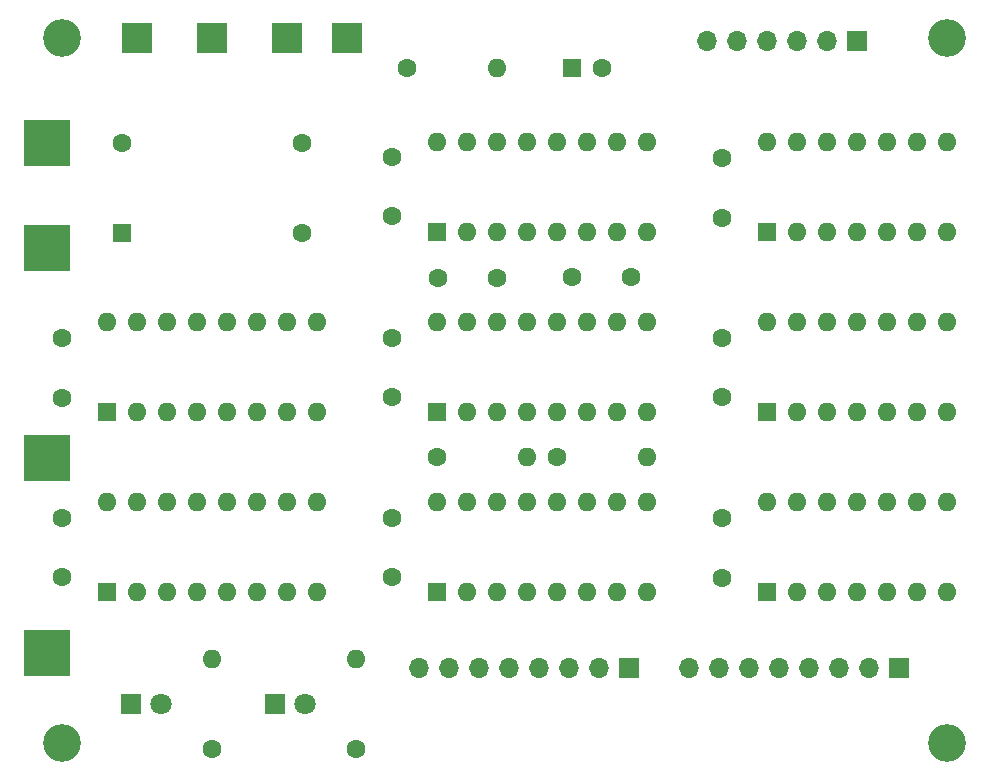
<source format=gbr>
%TF.GenerationSoftware,KiCad,Pcbnew,(6.0.9)*%
%TF.CreationDate,2023-08-16T20:18:11+02:00*%
%TF.ProjectId,sdcard-prototype,73646361-7264-42d7-9072-6f746f747970,rev?*%
%TF.SameCoordinates,Original*%
%TF.FileFunction,Soldermask,Top*%
%TF.FilePolarity,Negative*%
%FSLAX46Y46*%
G04 Gerber Fmt 4.6, Leading zero omitted, Abs format (unit mm)*
G04 Created by KiCad (PCBNEW (6.0.9)) date 2023-08-16 20:18:11*
%MOMM*%
%LPD*%
G01*
G04 APERTURE LIST*
%ADD10R,2.500000X2.500000*%
%ADD11R,4.000000X4.000000*%
%ADD12C,3.200000*%
%ADD13C,1.600000*%
%ADD14R,1.600000X1.600000*%
%ADD15O,1.600000X1.600000*%
%ADD16R,1.800000X1.800000*%
%ADD17C,1.800000*%
%ADD18R,1.700000X1.700000*%
%ADD19O,1.700000X1.700000*%
G04 APERTURE END LIST*
D10*
%TO.C,TP4*%
X49530000Y-38100000D03*
%TD*%
%TO.C,TP3*%
X54610000Y-38100000D03*
%TD*%
%TO.C,TP2*%
X43180000Y-38100000D03*
%TD*%
%TO.C,TP1*%
X36830000Y-38100000D03*
%TD*%
D11*
%TO.C,TP8*%
X29210000Y-90170000D03*
%TD*%
%TO.C,TP7*%
X29210000Y-73660000D03*
%TD*%
%TO.C,TP6*%
X29210000Y-55880000D03*
%TD*%
%TO.C,TP5*%
X29210000Y-46990000D03*
%TD*%
D12*
%TO.C,H1*%
X30480000Y-38100000D03*
%TD*%
D13*
%TO.C,C4*%
X86360000Y-83820000D03*
X86360000Y-78820000D03*
%TD*%
D14*
%TO.C,C3*%
X73660000Y-40640000D03*
D13*
X76160000Y-40640000D03*
%TD*%
D14*
%TO.C,U2*%
X62180000Y-85040000D03*
D15*
X64720000Y-85040000D03*
X67260000Y-85040000D03*
X69800000Y-85040000D03*
X72340000Y-85040000D03*
X74880000Y-85040000D03*
X77420000Y-85040000D03*
X79960000Y-85040000D03*
X79960000Y-77420000D03*
X77420000Y-77420000D03*
X74880000Y-77420000D03*
X72340000Y-77420000D03*
X69800000Y-77420000D03*
X67260000Y-77420000D03*
X64720000Y-77420000D03*
X62180000Y-77420000D03*
%TD*%
D14*
%TO.C,U8*%
X34280000Y-85080000D03*
D15*
X36820000Y-85080000D03*
X39360000Y-85080000D03*
X41900000Y-85080000D03*
X44440000Y-85080000D03*
X46980000Y-85080000D03*
X49520000Y-85080000D03*
X52060000Y-85080000D03*
X52060000Y-77460000D03*
X49520000Y-77460000D03*
X46980000Y-77460000D03*
X44440000Y-77460000D03*
X41900000Y-77460000D03*
X39360000Y-77460000D03*
X36820000Y-77460000D03*
X34280000Y-77460000D03*
%TD*%
D13*
%TO.C,R4*%
X62190000Y-73620000D03*
D15*
X69810000Y-73620000D03*
%TD*%
D12*
%TO.C,H4*%
X105410000Y-97790000D03*
%TD*%
D13*
%TO.C,C8*%
X58380000Y-53220000D03*
X58380000Y-48220000D03*
%TD*%
D14*
%TO.C,U1*%
X62180000Y-69800000D03*
D15*
X64720000Y-69800000D03*
X67260000Y-69800000D03*
X69800000Y-69800000D03*
X72340000Y-69800000D03*
X74880000Y-69800000D03*
X77420000Y-69800000D03*
X79960000Y-69800000D03*
X79960000Y-62180000D03*
X77420000Y-62180000D03*
X74880000Y-62180000D03*
X72340000Y-62180000D03*
X69800000Y-62180000D03*
X67260000Y-62180000D03*
X64720000Y-62180000D03*
X62180000Y-62180000D03*
%TD*%
D14*
%TO.C,U3*%
X90165000Y-54600000D03*
D15*
X92705000Y-54600000D03*
X95245000Y-54600000D03*
X97785000Y-54600000D03*
X100325000Y-54600000D03*
X102865000Y-54600000D03*
X105405000Y-54600000D03*
X105405000Y-46980000D03*
X102865000Y-46980000D03*
X100325000Y-46980000D03*
X97785000Y-46980000D03*
X95245000Y-46980000D03*
X92705000Y-46980000D03*
X90165000Y-46980000D03*
%TD*%
D16*
%TO.C,D2*%
X36317000Y-94488000D03*
D17*
X38857000Y-94488000D03*
%TD*%
D14*
%TO.C,U7*%
X34280000Y-69840000D03*
D15*
X36820000Y-69840000D03*
X39360000Y-69840000D03*
X41900000Y-69840000D03*
X44440000Y-69840000D03*
X46980000Y-69840000D03*
X49520000Y-69840000D03*
X52060000Y-69840000D03*
X52060000Y-62220000D03*
X49520000Y-62220000D03*
X46980000Y-62220000D03*
X44440000Y-62220000D03*
X41900000Y-62220000D03*
X39360000Y-62220000D03*
X36820000Y-62220000D03*
X34280000Y-62220000D03*
%TD*%
D13*
%TO.C,R2*%
X55372000Y-98298000D03*
D15*
X55372000Y-90678000D03*
%TD*%
D18*
%TO.C,J3*%
X97790000Y-38379000D03*
D19*
X95250000Y-38379000D03*
X92710000Y-38379000D03*
X90170000Y-38379000D03*
X87630000Y-38379000D03*
X85090000Y-38379000D03*
%TD*%
D13*
%TO.C,C10*%
X86360000Y-53340000D03*
X86360000Y-48340000D03*
%TD*%
%TO.C,C7*%
X58380000Y-83780000D03*
X58380000Y-78780000D03*
%TD*%
D14*
%TO.C,X1*%
X35560000Y-54610000D03*
D13*
X50800000Y-54610000D03*
X50800000Y-46990000D03*
X35560000Y-46990000D03*
%TD*%
%TO.C,C2*%
X73620000Y-58380000D03*
X78620000Y-58380000D03*
%TD*%
D18*
%TO.C,J2*%
X101346000Y-91465000D03*
D19*
X98806000Y-91465000D03*
X96266000Y-91465000D03*
X93726000Y-91465000D03*
X91186000Y-91465000D03*
X88646000Y-91465000D03*
X86106000Y-91465000D03*
X83566000Y-91465000D03*
%TD*%
D12*
%TO.C,H3*%
X30480000Y-97790000D03*
%TD*%
%TO.C,H2*%
X105410000Y-38100000D03*
%TD*%
D13*
%TO.C,C1*%
X67310000Y-58420000D03*
X62310000Y-58420000D03*
%TD*%
D14*
%TO.C,U4*%
X90165000Y-69840000D03*
D15*
X92705000Y-69840000D03*
X95245000Y-69840000D03*
X97785000Y-69840000D03*
X100325000Y-69840000D03*
X102865000Y-69840000D03*
X105405000Y-69840000D03*
X105405000Y-62220000D03*
X102865000Y-62220000D03*
X100325000Y-62220000D03*
X97785000Y-62220000D03*
X95245000Y-62220000D03*
X92705000Y-62220000D03*
X90165000Y-62220000D03*
%TD*%
D13*
%TO.C,C6*%
X30480000Y-83740000D03*
X30480000Y-78740000D03*
%TD*%
D18*
%TO.C,J1*%
X78486000Y-91440000D03*
D19*
X75946000Y-91440000D03*
X73406000Y-91440000D03*
X70866000Y-91440000D03*
X68326000Y-91440000D03*
X65786000Y-91440000D03*
X63246000Y-91440000D03*
X60706000Y-91440000D03*
%TD*%
D16*
%TO.C,D1*%
X48509000Y-94488000D03*
D17*
X51049000Y-94488000D03*
%TD*%
D13*
%TO.C,C11*%
X86360000Y-68540000D03*
X86360000Y-63540000D03*
%TD*%
%TO.C,C5*%
X58380000Y-68540000D03*
X58380000Y-63540000D03*
%TD*%
D14*
%TO.C,U5*%
X62180000Y-54560000D03*
D15*
X64720000Y-54560000D03*
X67260000Y-54560000D03*
X69800000Y-54560000D03*
X72340000Y-54560000D03*
X74880000Y-54560000D03*
X77420000Y-54560000D03*
X79960000Y-54560000D03*
X79960000Y-46940000D03*
X77420000Y-46940000D03*
X74880000Y-46940000D03*
X72340000Y-46940000D03*
X69800000Y-46940000D03*
X67260000Y-46940000D03*
X64720000Y-46940000D03*
X62180000Y-46940000D03*
%TD*%
D13*
%TO.C,C9*%
X30480000Y-68580000D03*
X30480000Y-63580000D03*
%TD*%
%TO.C,R1*%
X59690000Y-40640000D03*
D15*
X67310000Y-40640000D03*
%TD*%
D14*
%TO.C,U6*%
X90165000Y-85080000D03*
D15*
X92705000Y-85080000D03*
X95245000Y-85080000D03*
X97785000Y-85080000D03*
X100325000Y-85080000D03*
X102865000Y-85080000D03*
X105405000Y-85080000D03*
X105405000Y-77460000D03*
X102865000Y-77460000D03*
X100325000Y-77460000D03*
X97785000Y-77460000D03*
X95245000Y-77460000D03*
X92705000Y-77460000D03*
X90165000Y-77460000D03*
%TD*%
D13*
%TO.C,R3*%
X43180000Y-98298000D03*
D15*
X43180000Y-90678000D03*
%TD*%
D13*
%TO.C,R5*%
X72350000Y-73620000D03*
D15*
X79970000Y-73620000D03*
%TD*%
M02*

</source>
